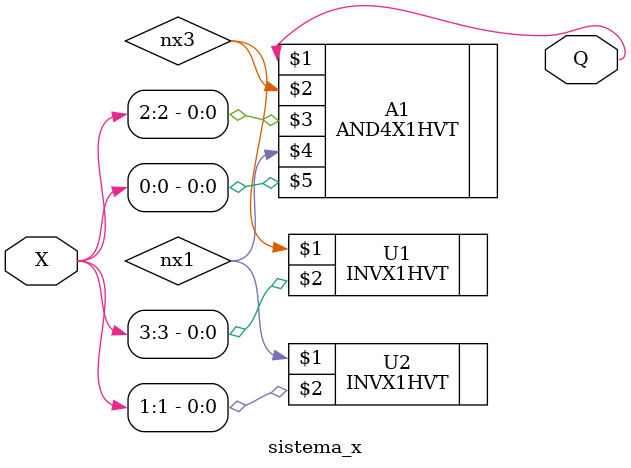
<source format=sv>
`timescale 1ns/10ps


module sistema_x(
    input [3:0] X,  // 4-bit input vector
    output Q        // 1-bit output
);

    // Internal wires for inverted inputs
    wire nx3, nx2, nx1, nx0;

    // Invert X[3] and X[1]
    INVX1HVT U1 (nx3, X[3]); // nx3 = ~X[3]
    INVX1HVT U2 (nx1, X[1]); // nx1 = ~X[1]

    // Q = (~X[3]) & X[2] & (~X[1]) & X[0]
    // This matches when X == 4'b0101
    AND4X1HVT A1 (Q, nx3, X[2], nx1, X[0]);

endmodule

</source>
